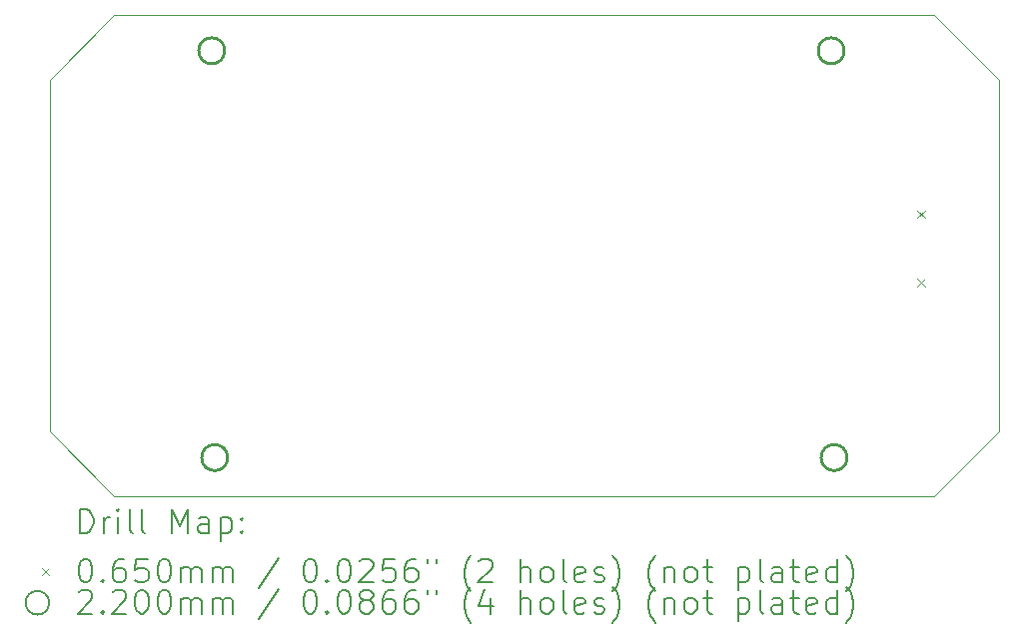
<source format=gbr>
%TF.GenerationSoftware,KiCad,Pcbnew,8.0.1*%
%TF.CreationDate,2024-07-15T00:54:38+06:00*%
%TF.ProjectId,saucey,73617563-6579-42e6-9b69-6361645f7063,1.0*%
%TF.SameCoordinates,Original*%
%TF.FileFunction,Drillmap*%
%TF.FilePolarity,Positive*%
%FSLAX45Y45*%
G04 Gerber Fmt 4.5, Leading zero omitted, Abs format (unit mm)*
G04 Created by KiCad (PCBNEW 8.0.1) date 2024-07-15 00:54:38*
%MOMM*%
%LPD*%
G01*
G04 APERTURE LIST*
%ADD10C,0.050000*%
%ADD11C,0.200000*%
%ADD12C,0.100000*%
%ADD13C,0.220000*%
G04 APERTURE END LIST*
D10*
X10250000Y-8625000D02*
X10250000Y-5650000D01*
X18300000Y-8625000D02*
X17750000Y-9175000D01*
X15200000Y-5100000D02*
X17750000Y-5100000D01*
X18300000Y-5650000D02*
X18300000Y-8625000D01*
X10800000Y-5100000D02*
X10250000Y-5650000D01*
X17750000Y-5100000D02*
X18300000Y-5650000D01*
X13350000Y-5100000D02*
X15200000Y-5100000D01*
X10800000Y-5100000D02*
X13350000Y-5100000D01*
X17750000Y-9175000D02*
X10800000Y-9175000D01*
X10250000Y-8625000D02*
X10800000Y-9175000D01*
D11*
D12*
X17607000Y-6753500D02*
X17672000Y-6818500D01*
X17672000Y-6753500D02*
X17607000Y-6818500D01*
X17607000Y-7331500D02*
X17672000Y-7396500D01*
X17672000Y-7331500D02*
X17607000Y-7396500D01*
D13*
X11735000Y-5400000D02*
G75*
G02*
X11515000Y-5400000I-110000J0D01*
G01*
X11515000Y-5400000D02*
G75*
G02*
X11735000Y-5400000I110000J0D01*
G01*
X11760000Y-8850000D02*
G75*
G02*
X11540000Y-8850000I-110000J0D01*
G01*
X11540000Y-8850000D02*
G75*
G02*
X11760000Y-8850000I110000J0D01*
G01*
X16985000Y-5400000D02*
G75*
G02*
X16765000Y-5400000I-110000J0D01*
G01*
X16765000Y-5400000D02*
G75*
G02*
X16985000Y-5400000I110000J0D01*
G01*
X17010000Y-8850000D02*
G75*
G02*
X16790000Y-8850000I-110000J0D01*
G01*
X16790000Y-8850000D02*
G75*
G02*
X17010000Y-8850000I110000J0D01*
G01*
D11*
X10508277Y-9488984D02*
X10508277Y-9288984D01*
X10508277Y-9288984D02*
X10555896Y-9288984D01*
X10555896Y-9288984D02*
X10584467Y-9298508D01*
X10584467Y-9298508D02*
X10603515Y-9317555D01*
X10603515Y-9317555D02*
X10613039Y-9336603D01*
X10613039Y-9336603D02*
X10622563Y-9374698D01*
X10622563Y-9374698D02*
X10622563Y-9403270D01*
X10622563Y-9403270D02*
X10613039Y-9441365D01*
X10613039Y-9441365D02*
X10603515Y-9460412D01*
X10603515Y-9460412D02*
X10584467Y-9479460D01*
X10584467Y-9479460D02*
X10555896Y-9488984D01*
X10555896Y-9488984D02*
X10508277Y-9488984D01*
X10708277Y-9488984D02*
X10708277Y-9355650D01*
X10708277Y-9393746D02*
X10717801Y-9374698D01*
X10717801Y-9374698D02*
X10727324Y-9365174D01*
X10727324Y-9365174D02*
X10746372Y-9355650D01*
X10746372Y-9355650D02*
X10765420Y-9355650D01*
X10832086Y-9488984D02*
X10832086Y-9355650D01*
X10832086Y-9288984D02*
X10822563Y-9298508D01*
X10822563Y-9298508D02*
X10832086Y-9308031D01*
X10832086Y-9308031D02*
X10841610Y-9298508D01*
X10841610Y-9298508D02*
X10832086Y-9288984D01*
X10832086Y-9288984D02*
X10832086Y-9308031D01*
X10955896Y-9488984D02*
X10936848Y-9479460D01*
X10936848Y-9479460D02*
X10927324Y-9460412D01*
X10927324Y-9460412D02*
X10927324Y-9288984D01*
X11060658Y-9488984D02*
X11041610Y-9479460D01*
X11041610Y-9479460D02*
X11032086Y-9460412D01*
X11032086Y-9460412D02*
X11032086Y-9288984D01*
X11289229Y-9488984D02*
X11289229Y-9288984D01*
X11289229Y-9288984D02*
X11355896Y-9431841D01*
X11355896Y-9431841D02*
X11422562Y-9288984D01*
X11422562Y-9288984D02*
X11422562Y-9488984D01*
X11603515Y-9488984D02*
X11603515Y-9384222D01*
X11603515Y-9384222D02*
X11593991Y-9365174D01*
X11593991Y-9365174D02*
X11574943Y-9355650D01*
X11574943Y-9355650D02*
X11536848Y-9355650D01*
X11536848Y-9355650D02*
X11517801Y-9365174D01*
X11603515Y-9479460D02*
X11584467Y-9488984D01*
X11584467Y-9488984D02*
X11536848Y-9488984D01*
X11536848Y-9488984D02*
X11517801Y-9479460D01*
X11517801Y-9479460D02*
X11508277Y-9460412D01*
X11508277Y-9460412D02*
X11508277Y-9441365D01*
X11508277Y-9441365D02*
X11517801Y-9422317D01*
X11517801Y-9422317D02*
X11536848Y-9412793D01*
X11536848Y-9412793D02*
X11584467Y-9412793D01*
X11584467Y-9412793D02*
X11603515Y-9403270D01*
X11698753Y-9355650D02*
X11698753Y-9555650D01*
X11698753Y-9365174D02*
X11717801Y-9355650D01*
X11717801Y-9355650D02*
X11755896Y-9355650D01*
X11755896Y-9355650D02*
X11774943Y-9365174D01*
X11774943Y-9365174D02*
X11784467Y-9374698D01*
X11784467Y-9374698D02*
X11793991Y-9393746D01*
X11793991Y-9393746D02*
X11793991Y-9450889D01*
X11793991Y-9450889D02*
X11784467Y-9469936D01*
X11784467Y-9469936D02*
X11774943Y-9479460D01*
X11774943Y-9479460D02*
X11755896Y-9488984D01*
X11755896Y-9488984D02*
X11717801Y-9488984D01*
X11717801Y-9488984D02*
X11698753Y-9479460D01*
X11879705Y-9469936D02*
X11889229Y-9479460D01*
X11889229Y-9479460D02*
X11879705Y-9488984D01*
X11879705Y-9488984D02*
X11870182Y-9479460D01*
X11870182Y-9479460D02*
X11879705Y-9469936D01*
X11879705Y-9469936D02*
X11879705Y-9488984D01*
X11879705Y-9365174D02*
X11889229Y-9374698D01*
X11889229Y-9374698D02*
X11879705Y-9384222D01*
X11879705Y-9384222D02*
X11870182Y-9374698D01*
X11870182Y-9374698D02*
X11879705Y-9365174D01*
X11879705Y-9365174D02*
X11879705Y-9384222D01*
D12*
X10182500Y-9785000D02*
X10247500Y-9850000D01*
X10247500Y-9785000D02*
X10182500Y-9850000D01*
D11*
X10546372Y-9708984D02*
X10565420Y-9708984D01*
X10565420Y-9708984D02*
X10584467Y-9718508D01*
X10584467Y-9718508D02*
X10593991Y-9728031D01*
X10593991Y-9728031D02*
X10603515Y-9747079D01*
X10603515Y-9747079D02*
X10613039Y-9785174D01*
X10613039Y-9785174D02*
X10613039Y-9832793D01*
X10613039Y-9832793D02*
X10603515Y-9870889D01*
X10603515Y-9870889D02*
X10593991Y-9889936D01*
X10593991Y-9889936D02*
X10584467Y-9899460D01*
X10584467Y-9899460D02*
X10565420Y-9908984D01*
X10565420Y-9908984D02*
X10546372Y-9908984D01*
X10546372Y-9908984D02*
X10527324Y-9899460D01*
X10527324Y-9899460D02*
X10517801Y-9889936D01*
X10517801Y-9889936D02*
X10508277Y-9870889D01*
X10508277Y-9870889D02*
X10498753Y-9832793D01*
X10498753Y-9832793D02*
X10498753Y-9785174D01*
X10498753Y-9785174D02*
X10508277Y-9747079D01*
X10508277Y-9747079D02*
X10517801Y-9728031D01*
X10517801Y-9728031D02*
X10527324Y-9718508D01*
X10527324Y-9718508D02*
X10546372Y-9708984D01*
X10698753Y-9889936D02*
X10708277Y-9899460D01*
X10708277Y-9899460D02*
X10698753Y-9908984D01*
X10698753Y-9908984D02*
X10689229Y-9899460D01*
X10689229Y-9899460D02*
X10698753Y-9889936D01*
X10698753Y-9889936D02*
X10698753Y-9908984D01*
X10879705Y-9708984D02*
X10841610Y-9708984D01*
X10841610Y-9708984D02*
X10822563Y-9718508D01*
X10822563Y-9718508D02*
X10813039Y-9728031D01*
X10813039Y-9728031D02*
X10793991Y-9756603D01*
X10793991Y-9756603D02*
X10784467Y-9794698D01*
X10784467Y-9794698D02*
X10784467Y-9870889D01*
X10784467Y-9870889D02*
X10793991Y-9889936D01*
X10793991Y-9889936D02*
X10803515Y-9899460D01*
X10803515Y-9899460D02*
X10822563Y-9908984D01*
X10822563Y-9908984D02*
X10860658Y-9908984D01*
X10860658Y-9908984D02*
X10879705Y-9899460D01*
X10879705Y-9899460D02*
X10889229Y-9889936D01*
X10889229Y-9889936D02*
X10898753Y-9870889D01*
X10898753Y-9870889D02*
X10898753Y-9823270D01*
X10898753Y-9823270D02*
X10889229Y-9804222D01*
X10889229Y-9804222D02*
X10879705Y-9794698D01*
X10879705Y-9794698D02*
X10860658Y-9785174D01*
X10860658Y-9785174D02*
X10822563Y-9785174D01*
X10822563Y-9785174D02*
X10803515Y-9794698D01*
X10803515Y-9794698D02*
X10793991Y-9804222D01*
X10793991Y-9804222D02*
X10784467Y-9823270D01*
X11079705Y-9708984D02*
X10984467Y-9708984D01*
X10984467Y-9708984D02*
X10974944Y-9804222D01*
X10974944Y-9804222D02*
X10984467Y-9794698D01*
X10984467Y-9794698D02*
X11003515Y-9785174D01*
X11003515Y-9785174D02*
X11051134Y-9785174D01*
X11051134Y-9785174D02*
X11070182Y-9794698D01*
X11070182Y-9794698D02*
X11079705Y-9804222D01*
X11079705Y-9804222D02*
X11089229Y-9823270D01*
X11089229Y-9823270D02*
X11089229Y-9870889D01*
X11089229Y-9870889D02*
X11079705Y-9889936D01*
X11079705Y-9889936D02*
X11070182Y-9899460D01*
X11070182Y-9899460D02*
X11051134Y-9908984D01*
X11051134Y-9908984D02*
X11003515Y-9908984D01*
X11003515Y-9908984D02*
X10984467Y-9899460D01*
X10984467Y-9899460D02*
X10974944Y-9889936D01*
X11213039Y-9708984D02*
X11232086Y-9708984D01*
X11232086Y-9708984D02*
X11251134Y-9718508D01*
X11251134Y-9718508D02*
X11260658Y-9728031D01*
X11260658Y-9728031D02*
X11270182Y-9747079D01*
X11270182Y-9747079D02*
X11279705Y-9785174D01*
X11279705Y-9785174D02*
X11279705Y-9832793D01*
X11279705Y-9832793D02*
X11270182Y-9870889D01*
X11270182Y-9870889D02*
X11260658Y-9889936D01*
X11260658Y-9889936D02*
X11251134Y-9899460D01*
X11251134Y-9899460D02*
X11232086Y-9908984D01*
X11232086Y-9908984D02*
X11213039Y-9908984D01*
X11213039Y-9908984D02*
X11193991Y-9899460D01*
X11193991Y-9899460D02*
X11184467Y-9889936D01*
X11184467Y-9889936D02*
X11174944Y-9870889D01*
X11174944Y-9870889D02*
X11165420Y-9832793D01*
X11165420Y-9832793D02*
X11165420Y-9785174D01*
X11165420Y-9785174D02*
X11174944Y-9747079D01*
X11174944Y-9747079D02*
X11184467Y-9728031D01*
X11184467Y-9728031D02*
X11193991Y-9718508D01*
X11193991Y-9718508D02*
X11213039Y-9708984D01*
X11365420Y-9908984D02*
X11365420Y-9775650D01*
X11365420Y-9794698D02*
X11374943Y-9785174D01*
X11374943Y-9785174D02*
X11393991Y-9775650D01*
X11393991Y-9775650D02*
X11422563Y-9775650D01*
X11422563Y-9775650D02*
X11441610Y-9785174D01*
X11441610Y-9785174D02*
X11451134Y-9804222D01*
X11451134Y-9804222D02*
X11451134Y-9908984D01*
X11451134Y-9804222D02*
X11460658Y-9785174D01*
X11460658Y-9785174D02*
X11479705Y-9775650D01*
X11479705Y-9775650D02*
X11508277Y-9775650D01*
X11508277Y-9775650D02*
X11527324Y-9785174D01*
X11527324Y-9785174D02*
X11536848Y-9804222D01*
X11536848Y-9804222D02*
X11536848Y-9908984D01*
X11632086Y-9908984D02*
X11632086Y-9775650D01*
X11632086Y-9794698D02*
X11641610Y-9785174D01*
X11641610Y-9785174D02*
X11660658Y-9775650D01*
X11660658Y-9775650D02*
X11689229Y-9775650D01*
X11689229Y-9775650D02*
X11708277Y-9785174D01*
X11708277Y-9785174D02*
X11717801Y-9804222D01*
X11717801Y-9804222D02*
X11717801Y-9908984D01*
X11717801Y-9804222D02*
X11727324Y-9785174D01*
X11727324Y-9785174D02*
X11746372Y-9775650D01*
X11746372Y-9775650D02*
X11774943Y-9775650D01*
X11774943Y-9775650D02*
X11793991Y-9785174D01*
X11793991Y-9785174D02*
X11803515Y-9804222D01*
X11803515Y-9804222D02*
X11803515Y-9908984D01*
X12193991Y-9699460D02*
X12022563Y-9956603D01*
X12451134Y-9708984D02*
X12470182Y-9708984D01*
X12470182Y-9708984D02*
X12489229Y-9718508D01*
X12489229Y-9718508D02*
X12498753Y-9728031D01*
X12498753Y-9728031D02*
X12508277Y-9747079D01*
X12508277Y-9747079D02*
X12517801Y-9785174D01*
X12517801Y-9785174D02*
X12517801Y-9832793D01*
X12517801Y-9832793D02*
X12508277Y-9870889D01*
X12508277Y-9870889D02*
X12498753Y-9889936D01*
X12498753Y-9889936D02*
X12489229Y-9899460D01*
X12489229Y-9899460D02*
X12470182Y-9908984D01*
X12470182Y-9908984D02*
X12451134Y-9908984D01*
X12451134Y-9908984D02*
X12432086Y-9899460D01*
X12432086Y-9899460D02*
X12422563Y-9889936D01*
X12422563Y-9889936D02*
X12413039Y-9870889D01*
X12413039Y-9870889D02*
X12403515Y-9832793D01*
X12403515Y-9832793D02*
X12403515Y-9785174D01*
X12403515Y-9785174D02*
X12413039Y-9747079D01*
X12413039Y-9747079D02*
X12422563Y-9728031D01*
X12422563Y-9728031D02*
X12432086Y-9718508D01*
X12432086Y-9718508D02*
X12451134Y-9708984D01*
X12603515Y-9889936D02*
X12613039Y-9899460D01*
X12613039Y-9899460D02*
X12603515Y-9908984D01*
X12603515Y-9908984D02*
X12593991Y-9899460D01*
X12593991Y-9899460D02*
X12603515Y-9889936D01*
X12603515Y-9889936D02*
X12603515Y-9908984D01*
X12736848Y-9708984D02*
X12755896Y-9708984D01*
X12755896Y-9708984D02*
X12774944Y-9718508D01*
X12774944Y-9718508D02*
X12784467Y-9728031D01*
X12784467Y-9728031D02*
X12793991Y-9747079D01*
X12793991Y-9747079D02*
X12803515Y-9785174D01*
X12803515Y-9785174D02*
X12803515Y-9832793D01*
X12803515Y-9832793D02*
X12793991Y-9870889D01*
X12793991Y-9870889D02*
X12784467Y-9889936D01*
X12784467Y-9889936D02*
X12774944Y-9899460D01*
X12774944Y-9899460D02*
X12755896Y-9908984D01*
X12755896Y-9908984D02*
X12736848Y-9908984D01*
X12736848Y-9908984D02*
X12717801Y-9899460D01*
X12717801Y-9899460D02*
X12708277Y-9889936D01*
X12708277Y-9889936D02*
X12698753Y-9870889D01*
X12698753Y-9870889D02*
X12689229Y-9832793D01*
X12689229Y-9832793D02*
X12689229Y-9785174D01*
X12689229Y-9785174D02*
X12698753Y-9747079D01*
X12698753Y-9747079D02*
X12708277Y-9728031D01*
X12708277Y-9728031D02*
X12717801Y-9718508D01*
X12717801Y-9718508D02*
X12736848Y-9708984D01*
X12879706Y-9728031D02*
X12889229Y-9718508D01*
X12889229Y-9718508D02*
X12908277Y-9708984D01*
X12908277Y-9708984D02*
X12955896Y-9708984D01*
X12955896Y-9708984D02*
X12974944Y-9718508D01*
X12974944Y-9718508D02*
X12984467Y-9728031D01*
X12984467Y-9728031D02*
X12993991Y-9747079D01*
X12993991Y-9747079D02*
X12993991Y-9766127D01*
X12993991Y-9766127D02*
X12984467Y-9794698D01*
X12984467Y-9794698D02*
X12870182Y-9908984D01*
X12870182Y-9908984D02*
X12993991Y-9908984D01*
X13174944Y-9708984D02*
X13079706Y-9708984D01*
X13079706Y-9708984D02*
X13070182Y-9804222D01*
X13070182Y-9804222D02*
X13079706Y-9794698D01*
X13079706Y-9794698D02*
X13098753Y-9785174D01*
X13098753Y-9785174D02*
X13146372Y-9785174D01*
X13146372Y-9785174D02*
X13165420Y-9794698D01*
X13165420Y-9794698D02*
X13174944Y-9804222D01*
X13174944Y-9804222D02*
X13184467Y-9823270D01*
X13184467Y-9823270D02*
X13184467Y-9870889D01*
X13184467Y-9870889D02*
X13174944Y-9889936D01*
X13174944Y-9889936D02*
X13165420Y-9899460D01*
X13165420Y-9899460D02*
X13146372Y-9908984D01*
X13146372Y-9908984D02*
X13098753Y-9908984D01*
X13098753Y-9908984D02*
X13079706Y-9899460D01*
X13079706Y-9899460D02*
X13070182Y-9889936D01*
X13355896Y-9708984D02*
X13317801Y-9708984D01*
X13317801Y-9708984D02*
X13298753Y-9718508D01*
X13298753Y-9718508D02*
X13289229Y-9728031D01*
X13289229Y-9728031D02*
X13270182Y-9756603D01*
X13270182Y-9756603D02*
X13260658Y-9794698D01*
X13260658Y-9794698D02*
X13260658Y-9870889D01*
X13260658Y-9870889D02*
X13270182Y-9889936D01*
X13270182Y-9889936D02*
X13279706Y-9899460D01*
X13279706Y-9899460D02*
X13298753Y-9908984D01*
X13298753Y-9908984D02*
X13336848Y-9908984D01*
X13336848Y-9908984D02*
X13355896Y-9899460D01*
X13355896Y-9899460D02*
X13365420Y-9889936D01*
X13365420Y-9889936D02*
X13374944Y-9870889D01*
X13374944Y-9870889D02*
X13374944Y-9823270D01*
X13374944Y-9823270D02*
X13365420Y-9804222D01*
X13365420Y-9804222D02*
X13355896Y-9794698D01*
X13355896Y-9794698D02*
X13336848Y-9785174D01*
X13336848Y-9785174D02*
X13298753Y-9785174D01*
X13298753Y-9785174D02*
X13279706Y-9794698D01*
X13279706Y-9794698D02*
X13270182Y-9804222D01*
X13270182Y-9804222D02*
X13260658Y-9823270D01*
X13451134Y-9708984D02*
X13451134Y-9747079D01*
X13527325Y-9708984D02*
X13527325Y-9747079D01*
X13822563Y-9985174D02*
X13813039Y-9975650D01*
X13813039Y-9975650D02*
X13793991Y-9947079D01*
X13793991Y-9947079D02*
X13784468Y-9928031D01*
X13784468Y-9928031D02*
X13774944Y-9899460D01*
X13774944Y-9899460D02*
X13765420Y-9851841D01*
X13765420Y-9851841D02*
X13765420Y-9813746D01*
X13765420Y-9813746D02*
X13774944Y-9766127D01*
X13774944Y-9766127D02*
X13784468Y-9737555D01*
X13784468Y-9737555D02*
X13793991Y-9718508D01*
X13793991Y-9718508D02*
X13813039Y-9689936D01*
X13813039Y-9689936D02*
X13822563Y-9680412D01*
X13889229Y-9728031D02*
X13898753Y-9718508D01*
X13898753Y-9718508D02*
X13917801Y-9708984D01*
X13917801Y-9708984D02*
X13965420Y-9708984D01*
X13965420Y-9708984D02*
X13984468Y-9718508D01*
X13984468Y-9718508D02*
X13993991Y-9728031D01*
X13993991Y-9728031D02*
X14003515Y-9747079D01*
X14003515Y-9747079D02*
X14003515Y-9766127D01*
X14003515Y-9766127D02*
X13993991Y-9794698D01*
X13993991Y-9794698D02*
X13879706Y-9908984D01*
X13879706Y-9908984D02*
X14003515Y-9908984D01*
X14241610Y-9908984D02*
X14241610Y-9708984D01*
X14327325Y-9908984D02*
X14327325Y-9804222D01*
X14327325Y-9804222D02*
X14317801Y-9785174D01*
X14317801Y-9785174D02*
X14298753Y-9775650D01*
X14298753Y-9775650D02*
X14270182Y-9775650D01*
X14270182Y-9775650D02*
X14251134Y-9785174D01*
X14251134Y-9785174D02*
X14241610Y-9794698D01*
X14451134Y-9908984D02*
X14432087Y-9899460D01*
X14432087Y-9899460D02*
X14422563Y-9889936D01*
X14422563Y-9889936D02*
X14413039Y-9870889D01*
X14413039Y-9870889D02*
X14413039Y-9813746D01*
X14413039Y-9813746D02*
X14422563Y-9794698D01*
X14422563Y-9794698D02*
X14432087Y-9785174D01*
X14432087Y-9785174D02*
X14451134Y-9775650D01*
X14451134Y-9775650D02*
X14479706Y-9775650D01*
X14479706Y-9775650D02*
X14498753Y-9785174D01*
X14498753Y-9785174D02*
X14508277Y-9794698D01*
X14508277Y-9794698D02*
X14517801Y-9813746D01*
X14517801Y-9813746D02*
X14517801Y-9870889D01*
X14517801Y-9870889D02*
X14508277Y-9889936D01*
X14508277Y-9889936D02*
X14498753Y-9899460D01*
X14498753Y-9899460D02*
X14479706Y-9908984D01*
X14479706Y-9908984D02*
X14451134Y-9908984D01*
X14632087Y-9908984D02*
X14613039Y-9899460D01*
X14613039Y-9899460D02*
X14603515Y-9880412D01*
X14603515Y-9880412D02*
X14603515Y-9708984D01*
X14784468Y-9899460D02*
X14765420Y-9908984D01*
X14765420Y-9908984D02*
X14727325Y-9908984D01*
X14727325Y-9908984D02*
X14708277Y-9899460D01*
X14708277Y-9899460D02*
X14698753Y-9880412D01*
X14698753Y-9880412D02*
X14698753Y-9804222D01*
X14698753Y-9804222D02*
X14708277Y-9785174D01*
X14708277Y-9785174D02*
X14727325Y-9775650D01*
X14727325Y-9775650D02*
X14765420Y-9775650D01*
X14765420Y-9775650D02*
X14784468Y-9785174D01*
X14784468Y-9785174D02*
X14793991Y-9804222D01*
X14793991Y-9804222D02*
X14793991Y-9823270D01*
X14793991Y-9823270D02*
X14698753Y-9842317D01*
X14870182Y-9899460D02*
X14889230Y-9908984D01*
X14889230Y-9908984D02*
X14927325Y-9908984D01*
X14927325Y-9908984D02*
X14946372Y-9899460D01*
X14946372Y-9899460D02*
X14955896Y-9880412D01*
X14955896Y-9880412D02*
X14955896Y-9870889D01*
X14955896Y-9870889D02*
X14946372Y-9851841D01*
X14946372Y-9851841D02*
X14927325Y-9842317D01*
X14927325Y-9842317D02*
X14898753Y-9842317D01*
X14898753Y-9842317D02*
X14879706Y-9832793D01*
X14879706Y-9832793D02*
X14870182Y-9813746D01*
X14870182Y-9813746D02*
X14870182Y-9804222D01*
X14870182Y-9804222D02*
X14879706Y-9785174D01*
X14879706Y-9785174D02*
X14898753Y-9775650D01*
X14898753Y-9775650D02*
X14927325Y-9775650D01*
X14927325Y-9775650D02*
X14946372Y-9785174D01*
X15022563Y-9985174D02*
X15032087Y-9975650D01*
X15032087Y-9975650D02*
X15051134Y-9947079D01*
X15051134Y-9947079D02*
X15060658Y-9928031D01*
X15060658Y-9928031D02*
X15070182Y-9899460D01*
X15070182Y-9899460D02*
X15079706Y-9851841D01*
X15079706Y-9851841D02*
X15079706Y-9813746D01*
X15079706Y-9813746D02*
X15070182Y-9766127D01*
X15070182Y-9766127D02*
X15060658Y-9737555D01*
X15060658Y-9737555D02*
X15051134Y-9718508D01*
X15051134Y-9718508D02*
X15032087Y-9689936D01*
X15032087Y-9689936D02*
X15022563Y-9680412D01*
X15384468Y-9985174D02*
X15374944Y-9975650D01*
X15374944Y-9975650D02*
X15355896Y-9947079D01*
X15355896Y-9947079D02*
X15346372Y-9928031D01*
X15346372Y-9928031D02*
X15336849Y-9899460D01*
X15336849Y-9899460D02*
X15327325Y-9851841D01*
X15327325Y-9851841D02*
X15327325Y-9813746D01*
X15327325Y-9813746D02*
X15336849Y-9766127D01*
X15336849Y-9766127D02*
X15346372Y-9737555D01*
X15346372Y-9737555D02*
X15355896Y-9718508D01*
X15355896Y-9718508D02*
X15374944Y-9689936D01*
X15374944Y-9689936D02*
X15384468Y-9680412D01*
X15460658Y-9775650D02*
X15460658Y-9908984D01*
X15460658Y-9794698D02*
X15470182Y-9785174D01*
X15470182Y-9785174D02*
X15489230Y-9775650D01*
X15489230Y-9775650D02*
X15517801Y-9775650D01*
X15517801Y-9775650D02*
X15536849Y-9785174D01*
X15536849Y-9785174D02*
X15546372Y-9804222D01*
X15546372Y-9804222D02*
X15546372Y-9908984D01*
X15670182Y-9908984D02*
X15651134Y-9899460D01*
X15651134Y-9899460D02*
X15641611Y-9889936D01*
X15641611Y-9889936D02*
X15632087Y-9870889D01*
X15632087Y-9870889D02*
X15632087Y-9813746D01*
X15632087Y-9813746D02*
X15641611Y-9794698D01*
X15641611Y-9794698D02*
X15651134Y-9785174D01*
X15651134Y-9785174D02*
X15670182Y-9775650D01*
X15670182Y-9775650D02*
X15698753Y-9775650D01*
X15698753Y-9775650D02*
X15717801Y-9785174D01*
X15717801Y-9785174D02*
X15727325Y-9794698D01*
X15727325Y-9794698D02*
X15736849Y-9813746D01*
X15736849Y-9813746D02*
X15736849Y-9870889D01*
X15736849Y-9870889D02*
X15727325Y-9889936D01*
X15727325Y-9889936D02*
X15717801Y-9899460D01*
X15717801Y-9899460D02*
X15698753Y-9908984D01*
X15698753Y-9908984D02*
X15670182Y-9908984D01*
X15793992Y-9775650D02*
X15870182Y-9775650D01*
X15822563Y-9708984D02*
X15822563Y-9880412D01*
X15822563Y-9880412D02*
X15832087Y-9899460D01*
X15832087Y-9899460D02*
X15851134Y-9908984D01*
X15851134Y-9908984D02*
X15870182Y-9908984D01*
X16089230Y-9775650D02*
X16089230Y-9975650D01*
X16089230Y-9785174D02*
X16108277Y-9775650D01*
X16108277Y-9775650D02*
X16146373Y-9775650D01*
X16146373Y-9775650D02*
X16165420Y-9785174D01*
X16165420Y-9785174D02*
X16174944Y-9794698D01*
X16174944Y-9794698D02*
X16184468Y-9813746D01*
X16184468Y-9813746D02*
X16184468Y-9870889D01*
X16184468Y-9870889D02*
X16174944Y-9889936D01*
X16174944Y-9889936D02*
X16165420Y-9899460D01*
X16165420Y-9899460D02*
X16146373Y-9908984D01*
X16146373Y-9908984D02*
X16108277Y-9908984D01*
X16108277Y-9908984D02*
X16089230Y-9899460D01*
X16298753Y-9908984D02*
X16279706Y-9899460D01*
X16279706Y-9899460D02*
X16270182Y-9880412D01*
X16270182Y-9880412D02*
X16270182Y-9708984D01*
X16460658Y-9908984D02*
X16460658Y-9804222D01*
X16460658Y-9804222D02*
X16451134Y-9785174D01*
X16451134Y-9785174D02*
X16432087Y-9775650D01*
X16432087Y-9775650D02*
X16393992Y-9775650D01*
X16393992Y-9775650D02*
X16374944Y-9785174D01*
X16460658Y-9899460D02*
X16441611Y-9908984D01*
X16441611Y-9908984D02*
X16393992Y-9908984D01*
X16393992Y-9908984D02*
X16374944Y-9899460D01*
X16374944Y-9899460D02*
X16365420Y-9880412D01*
X16365420Y-9880412D02*
X16365420Y-9861365D01*
X16365420Y-9861365D02*
X16374944Y-9842317D01*
X16374944Y-9842317D02*
X16393992Y-9832793D01*
X16393992Y-9832793D02*
X16441611Y-9832793D01*
X16441611Y-9832793D02*
X16460658Y-9823270D01*
X16527325Y-9775650D02*
X16603515Y-9775650D01*
X16555896Y-9708984D02*
X16555896Y-9880412D01*
X16555896Y-9880412D02*
X16565420Y-9899460D01*
X16565420Y-9899460D02*
X16584468Y-9908984D01*
X16584468Y-9908984D02*
X16603515Y-9908984D01*
X16746373Y-9899460D02*
X16727325Y-9908984D01*
X16727325Y-9908984D02*
X16689230Y-9908984D01*
X16689230Y-9908984D02*
X16670182Y-9899460D01*
X16670182Y-9899460D02*
X16660658Y-9880412D01*
X16660658Y-9880412D02*
X16660658Y-9804222D01*
X16660658Y-9804222D02*
X16670182Y-9785174D01*
X16670182Y-9785174D02*
X16689230Y-9775650D01*
X16689230Y-9775650D02*
X16727325Y-9775650D01*
X16727325Y-9775650D02*
X16746373Y-9785174D01*
X16746373Y-9785174D02*
X16755896Y-9804222D01*
X16755896Y-9804222D02*
X16755896Y-9823270D01*
X16755896Y-9823270D02*
X16660658Y-9842317D01*
X16927325Y-9908984D02*
X16927325Y-9708984D01*
X16927325Y-9899460D02*
X16908277Y-9908984D01*
X16908277Y-9908984D02*
X16870182Y-9908984D01*
X16870182Y-9908984D02*
X16851135Y-9899460D01*
X16851135Y-9899460D02*
X16841611Y-9889936D01*
X16841611Y-9889936D02*
X16832087Y-9870889D01*
X16832087Y-9870889D02*
X16832087Y-9813746D01*
X16832087Y-9813746D02*
X16841611Y-9794698D01*
X16841611Y-9794698D02*
X16851135Y-9785174D01*
X16851135Y-9785174D02*
X16870182Y-9775650D01*
X16870182Y-9775650D02*
X16908277Y-9775650D01*
X16908277Y-9775650D02*
X16927325Y-9785174D01*
X17003516Y-9985174D02*
X17013039Y-9975650D01*
X17013039Y-9975650D02*
X17032087Y-9947079D01*
X17032087Y-9947079D02*
X17041611Y-9928031D01*
X17041611Y-9928031D02*
X17051135Y-9899460D01*
X17051135Y-9899460D02*
X17060658Y-9851841D01*
X17060658Y-9851841D02*
X17060658Y-9813746D01*
X17060658Y-9813746D02*
X17051135Y-9766127D01*
X17051135Y-9766127D02*
X17041611Y-9737555D01*
X17041611Y-9737555D02*
X17032087Y-9718508D01*
X17032087Y-9718508D02*
X17013039Y-9689936D01*
X17013039Y-9689936D02*
X17003516Y-9680412D01*
X10247500Y-10081500D02*
G75*
G02*
X10047500Y-10081500I-100000J0D01*
G01*
X10047500Y-10081500D02*
G75*
G02*
X10247500Y-10081500I100000J0D01*
G01*
X10498753Y-9992031D02*
X10508277Y-9982508D01*
X10508277Y-9982508D02*
X10527324Y-9972984D01*
X10527324Y-9972984D02*
X10574944Y-9972984D01*
X10574944Y-9972984D02*
X10593991Y-9982508D01*
X10593991Y-9982508D02*
X10603515Y-9992031D01*
X10603515Y-9992031D02*
X10613039Y-10011079D01*
X10613039Y-10011079D02*
X10613039Y-10030127D01*
X10613039Y-10030127D02*
X10603515Y-10058698D01*
X10603515Y-10058698D02*
X10489229Y-10172984D01*
X10489229Y-10172984D02*
X10613039Y-10172984D01*
X10698753Y-10153936D02*
X10708277Y-10163460D01*
X10708277Y-10163460D02*
X10698753Y-10172984D01*
X10698753Y-10172984D02*
X10689229Y-10163460D01*
X10689229Y-10163460D02*
X10698753Y-10153936D01*
X10698753Y-10153936D02*
X10698753Y-10172984D01*
X10784467Y-9992031D02*
X10793991Y-9982508D01*
X10793991Y-9982508D02*
X10813039Y-9972984D01*
X10813039Y-9972984D02*
X10860658Y-9972984D01*
X10860658Y-9972984D02*
X10879705Y-9982508D01*
X10879705Y-9982508D02*
X10889229Y-9992031D01*
X10889229Y-9992031D02*
X10898753Y-10011079D01*
X10898753Y-10011079D02*
X10898753Y-10030127D01*
X10898753Y-10030127D02*
X10889229Y-10058698D01*
X10889229Y-10058698D02*
X10774944Y-10172984D01*
X10774944Y-10172984D02*
X10898753Y-10172984D01*
X11022563Y-9972984D02*
X11041610Y-9972984D01*
X11041610Y-9972984D02*
X11060658Y-9982508D01*
X11060658Y-9982508D02*
X11070182Y-9992031D01*
X11070182Y-9992031D02*
X11079705Y-10011079D01*
X11079705Y-10011079D02*
X11089229Y-10049174D01*
X11089229Y-10049174D02*
X11089229Y-10096793D01*
X11089229Y-10096793D02*
X11079705Y-10134889D01*
X11079705Y-10134889D02*
X11070182Y-10153936D01*
X11070182Y-10153936D02*
X11060658Y-10163460D01*
X11060658Y-10163460D02*
X11041610Y-10172984D01*
X11041610Y-10172984D02*
X11022563Y-10172984D01*
X11022563Y-10172984D02*
X11003515Y-10163460D01*
X11003515Y-10163460D02*
X10993991Y-10153936D01*
X10993991Y-10153936D02*
X10984467Y-10134889D01*
X10984467Y-10134889D02*
X10974944Y-10096793D01*
X10974944Y-10096793D02*
X10974944Y-10049174D01*
X10974944Y-10049174D02*
X10984467Y-10011079D01*
X10984467Y-10011079D02*
X10993991Y-9992031D01*
X10993991Y-9992031D02*
X11003515Y-9982508D01*
X11003515Y-9982508D02*
X11022563Y-9972984D01*
X11213039Y-9972984D02*
X11232086Y-9972984D01*
X11232086Y-9972984D02*
X11251134Y-9982508D01*
X11251134Y-9982508D02*
X11260658Y-9992031D01*
X11260658Y-9992031D02*
X11270182Y-10011079D01*
X11270182Y-10011079D02*
X11279705Y-10049174D01*
X11279705Y-10049174D02*
X11279705Y-10096793D01*
X11279705Y-10096793D02*
X11270182Y-10134889D01*
X11270182Y-10134889D02*
X11260658Y-10153936D01*
X11260658Y-10153936D02*
X11251134Y-10163460D01*
X11251134Y-10163460D02*
X11232086Y-10172984D01*
X11232086Y-10172984D02*
X11213039Y-10172984D01*
X11213039Y-10172984D02*
X11193991Y-10163460D01*
X11193991Y-10163460D02*
X11184467Y-10153936D01*
X11184467Y-10153936D02*
X11174944Y-10134889D01*
X11174944Y-10134889D02*
X11165420Y-10096793D01*
X11165420Y-10096793D02*
X11165420Y-10049174D01*
X11165420Y-10049174D02*
X11174944Y-10011079D01*
X11174944Y-10011079D02*
X11184467Y-9992031D01*
X11184467Y-9992031D02*
X11193991Y-9982508D01*
X11193991Y-9982508D02*
X11213039Y-9972984D01*
X11365420Y-10172984D02*
X11365420Y-10039650D01*
X11365420Y-10058698D02*
X11374943Y-10049174D01*
X11374943Y-10049174D02*
X11393991Y-10039650D01*
X11393991Y-10039650D02*
X11422563Y-10039650D01*
X11422563Y-10039650D02*
X11441610Y-10049174D01*
X11441610Y-10049174D02*
X11451134Y-10068222D01*
X11451134Y-10068222D02*
X11451134Y-10172984D01*
X11451134Y-10068222D02*
X11460658Y-10049174D01*
X11460658Y-10049174D02*
X11479705Y-10039650D01*
X11479705Y-10039650D02*
X11508277Y-10039650D01*
X11508277Y-10039650D02*
X11527324Y-10049174D01*
X11527324Y-10049174D02*
X11536848Y-10068222D01*
X11536848Y-10068222D02*
X11536848Y-10172984D01*
X11632086Y-10172984D02*
X11632086Y-10039650D01*
X11632086Y-10058698D02*
X11641610Y-10049174D01*
X11641610Y-10049174D02*
X11660658Y-10039650D01*
X11660658Y-10039650D02*
X11689229Y-10039650D01*
X11689229Y-10039650D02*
X11708277Y-10049174D01*
X11708277Y-10049174D02*
X11717801Y-10068222D01*
X11717801Y-10068222D02*
X11717801Y-10172984D01*
X11717801Y-10068222D02*
X11727324Y-10049174D01*
X11727324Y-10049174D02*
X11746372Y-10039650D01*
X11746372Y-10039650D02*
X11774943Y-10039650D01*
X11774943Y-10039650D02*
X11793991Y-10049174D01*
X11793991Y-10049174D02*
X11803515Y-10068222D01*
X11803515Y-10068222D02*
X11803515Y-10172984D01*
X12193991Y-9963460D02*
X12022563Y-10220603D01*
X12451134Y-9972984D02*
X12470182Y-9972984D01*
X12470182Y-9972984D02*
X12489229Y-9982508D01*
X12489229Y-9982508D02*
X12498753Y-9992031D01*
X12498753Y-9992031D02*
X12508277Y-10011079D01*
X12508277Y-10011079D02*
X12517801Y-10049174D01*
X12517801Y-10049174D02*
X12517801Y-10096793D01*
X12517801Y-10096793D02*
X12508277Y-10134889D01*
X12508277Y-10134889D02*
X12498753Y-10153936D01*
X12498753Y-10153936D02*
X12489229Y-10163460D01*
X12489229Y-10163460D02*
X12470182Y-10172984D01*
X12470182Y-10172984D02*
X12451134Y-10172984D01*
X12451134Y-10172984D02*
X12432086Y-10163460D01*
X12432086Y-10163460D02*
X12422563Y-10153936D01*
X12422563Y-10153936D02*
X12413039Y-10134889D01*
X12413039Y-10134889D02*
X12403515Y-10096793D01*
X12403515Y-10096793D02*
X12403515Y-10049174D01*
X12403515Y-10049174D02*
X12413039Y-10011079D01*
X12413039Y-10011079D02*
X12422563Y-9992031D01*
X12422563Y-9992031D02*
X12432086Y-9982508D01*
X12432086Y-9982508D02*
X12451134Y-9972984D01*
X12603515Y-10153936D02*
X12613039Y-10163460D01*
X12613039Y-10163460D02*
X12603515Y-10172984D01*
X12603515Y-10172984D02*
X12593991Y-10163460D01*
X12593991Y-10163460D02*
X12603515Y-10153936D01*
X12603515Y-10153936D02*
X12603515Y-10172984D01*
X12736848Y-9972984D02*
X12755896Y-9972984D01*
X12755896Y-9972984D02*
X12774944Y-9982508D01*
X12774944Y-9982508D02*
X12784467Y-9992031D01*
X12784467Y-9992031D02*
X12793991Y-10011079D01*
X12793991Y-10011079D02*
X12803515Y-10049174D01*
X12803515Y-10049174D02*
X12803515Y-10096793D01*
X12803515Y-10096793D02*
X12793991Y-10134889D01*
X12793991Y-10134889D02*
X12784467Y-10153936D01*
X12784467Y-10153936D02*
X12774944Y-10163460D01*
X12774944Y-10163460D02*
X12755896Y-10172984D01*
X12755896Y-10172984D02*
X12736848Y-10172984D01*
X12736848Y-10172984D02*
X12717801Y-10163460D01*
X12717801Y-10163460D02*
X12708277Y-10153936D01*
X12708277Y-10153936D02*
X12698753Y-10134889D01*
X12698753Y-10134889D02*
X12689229Y-10096793D01*
X12689229Y-10096793D02*
X12689229Y-10049174D01*
X12689229Y-10049174D02*
X12698753Y-10011079D01*
X12698753Y-10011079D02*
X12708277Y-9992031D01*
X12708277Y-9992031D02*
X12717801Y-9982508D01*
X12717801Y-9982508D02*
X12736848Y-9972984D01*
X12917801Y-10058698D02*
X12898753Y-10049174D01*
X12898753Y-10049174D02*
X12889229Y-10039650D01*
X12889229Y-10039650D02*
X12879706Y-10020603D01*
X12879706Y-10020603D02*
X12879706Y-10011079D01*
X12879706Y-10011079D02*
X12889229Y-9992031D01*
X12889229Y-9992031D02*
X12898753Y-9982508D01*
X12898753Y-9982508D02*
X12917801Y-9972984D01*
X12917801Y-9972984D02*
X12955896Y-9972984D01*
X12955896Y-9972984D02*
X12974944Y-9982508D01*
X12974944Y-9982508D02*
X12984467Y-9992031D01*
X12984467Y-9992031D02*
X12993991Y-10011079D01*
X12993991Y-10011079D02*
X12993991Y-10020603D01*
X12993991Y-10020603D02*
X12984467Y-10039650D01*
X12984467Y-10039650D02*
X12974944Y-10049174D01*
X12974944Y-10049174D02*
X12955896Y-10058698D01*
X12955896Y-10058698D02*
X12917801Y-10058698D01*
X12917801Y-10058698D02*
X12898753Y-10068222D01*
X12898753Y-10068222D02*
X12889229Y-10077746D01*
X12889229Y-10077746D02*
X12879706Y-10096793D01*
X12879706Y-10096793D02*
X12879706Y-10134889D01*
X12879706Y-10134889D02*
X12889229Y-10153936D01*
X12889229Y-10153936D02*
X12898753Y-10163460D01*
X12898753Y-10163460D02*
X12917801Y-10172984D01*
X12917801Y-10172984D02*
X12955896Y-10172984D01*
X12955896Y-10172984D02*
X12974944Y-10163460D01*
X12974944Y-10163460D02*
X12984467Y-10153936D01*
X12984467Y-10153936D02*
X12993991Y-10134889D01*
X12993991Y-10134889D02*
X12993991Y-10096793D01*
X12993991Y-10096793D02*
X12984467Y-10077746D01*
X12984467Y-10077746D02*
X12974944Y-10068222D01*
X12974944Y-10068222D02*
X12955896Y-10058698D01*
X13165420Y-9972984D02*
X13127325Y-9972984D01*
X13127325Y-9972984D02*
X13108277Y-9982508D01*
X13108277Y-9982508D02*
X13098753Y-9992031D01*
X13098753Y-9992031D02*
X13079706Y-10020603D01*
X13079706Y-10020603D02*
X13070182Y-10058698D01*
X13070182Y-10058698D02*
X13070182Y-10134889D01*
X13070182Y-10134889D02*
X13079706Y-10153936D01*
X13079706Y-10153936D02*
X13089229Y-10163460D01*
X13089229Y-10163460D02*
X13108277Y-10172984D01*
X13108277Y-10172984D02*
X13146372Y-10172984D01*
X13146372Y-10172984D02*
X13165420Y-10163460D01*
X13165420Y-10163460D02*
X13174944Y-10153936D01*
X13174944Y-10153936D02*
X13184467Y-10134889D01*
X13184467Y-10134889D02*
X13184467Y-10087270D01*
X13184467Y-10087270D02*
X13174944Y-10068222D01*
X13174944Y-10068222D02*
X13165420Y-10058698D01*
X13165420Y-10058698D02*
X13146372Y-10049174D01*
X13146372Y-10049174D02*
X13108277Y-10049174D01*
X13108277Y-10049174D02*
X13089229Y-10058698D01*
X13089229Y-10058698D02*
X13079706Y-10068222D01*
X13079706Y-10068222D02*
X13070182Y-10087270D01*
X13355896Y-9972984D02*
X13317801Y-9972984D01*
X13317801Y-9972984D02*
X13298753Y-9982508D01*
X13298753Y-9982508D02*
X13289229Y-9992031D01*
X13289229Y-9992031D02*
X13270182Y-10020603D01*
X13270182Y-10020603D02*
X13260658Y-10058698D01*
X13260658Y-10058698D02*
X13260658Y-10134889D01*
X13260658Y-10134889D02*
X13270182Y-10153936D01*
X13270182Y-10153936D02*
X13279706Y-10163460D01*
X13279706Y-10163460D02*
X13298753Y-10172984D01*
X13298753Y-10172984D02*
X13336848Y-10172984D01*
X13336848Y-10172984D02*
X13355896Y-10163460D01*
X13355896Y-10163460D02*
X13365420Y-10153936D01*
X13365420Y-10153936D02*
X13374944Y-10134889D01*
X13374944Y-10134889D02*
X13374944Y-10087270D01*
X13374944Y-10087270D02*
X13365420Y-10068222D01*
X13365420Y-10068222D02*
X13355896Y-10058698D01*
X13355896Y-10058698D02*
X13336848Y-10049174D01*
X13336848Y-10049174D02*
X13298753Y-10049174D01*
X13298753Y-10049174D02*
X13279706Y-10058698D01*
X13279706Y-10058698D02*
X13270182Y-10068222D01*
X13270182Y-10068222D02*
X13260658Y-10087270D01*
X13451134Y-9972984D02*
X13451134Y-10011079D01*
X13527325Y-9972984D02*
X13527325Y-10011079D01*
X13822563Y-10249174D02*
X13813039Y-10239650D01*
X13813039Y-10239650D02*
X13793991Y-10211079D01*
X13793991Y-10211079D02*
X13784468Y-10192031D01*
X13784468Y-10192031D02*
X13774944Y-10163460D01*
X13774944Y-10163460D02*
X13765420Y-10115841D01*
X13765420Y-10115841D02*
X13765420Y-10077746D01*
X13765420Y-10077746D02*
X13774944Y-10030127D01*
X13774944Y-10030127D02*
X13784468Y-10001555D01*
X13784468Y-10001555D02*
X13793991Y-9982508D01*
X13793991Y-9982508D02*
X13813039Y-9953936D01*
X13813039Y-9953936D02*
X13822563Y-9944412D01*
X13984468Y-10039650D02*
X13984468Y-10172984D01*
X13936848Y-9963460D02*
X13889229Y-10106317D01*
X13889229Y-10106317D02*
X14013039Y-10106317D01*
X14241610Y-10172984D02*
X14241610Y-9972984D01*
X14327325Y-10172984D02*
X14327325Y-10068222D01*
X14327325Y-10068222D02*
X14317801Y-10049174D01*
X14317801Y-10049174D02*
X14298753Y-10039650D01*
X14298753Y-10039650D02*
X14270182Y-10039650D01*
X14270182Y-10039650D02*
X14251134Y-10049174D01*
X14251134Y-10049174D02*
X14241610Y-10058698D01*
X14451134Y-10172984D02*
X14432087Y-10163460D01*
X14432087Y-10163460D02*
X14422563Y-10153936D01*
X14422563Y-10153936D02*
X14413039Y-10134889D01*
X14413039Y-10134889D02*
X14413039Y-10077746D01*
X14413039Y-10077746D02*
X14422563Y-10058698D01*
X14422563Y-10058698D02*
X14432087Y-10049174D01*
X14432087Y-10049174D02*
X14451134Y-10039650D01*
X14451134Y-10039650D02*
X14479706Y-10039650D01*
X14479706Y-10039650D02*
X14498753Y-10049174D01*
X14498753Y-10049174D02*
X14508277Y-10058698D01*
X14508277Y-10058698D02*
X14517801Y-10077746D01*
X14517801Y-10077746D02*
X14517801Y-10134889D01*
X14517801Y-10134889D02*
X14508277Y-10153936D01*
X14508277Y-10153936D02*
X14498753Y-10163460D01*
X14498753Y-10163460D02*
X14479706Y-10172984D01*
X14479706Y-10172984D02*
X14451134Y-10172984D01*
X14632087Y-10172984D02*
X14613039Y-10163460D01*
X14613039Y-10163460D02*
X14603515Y-10144412D01*
X14603515Y-10144412D02*
X14603515Y-9972984D01*
X14784468Y-10163460D02*
X14765420Y-10172984D01*
X14765420Y-10172984D02*
X14727325Y-10172984D01*
X14727325Y-10172984D02*
X14708277Y-10163460D01*
X14708277Y-10163460D02*
X14698753Y-10144412D01*
X14698753Y-10144412D02*
X14698753Y-10068222D01*
X14698753Y-10068222D02*
X14708277Y-10049174D01*
X14708277Y-10049174D02*
X14727325Y-10039650D01*
X14727325Y-10039650D02*
X14765420Y-10039650D01*
X14765420Y-10039650D02*
X14784468Y-10049174D01*
X14784468Y-10049174D02*
X14793991Y-10068222D01*
X14793991Y-10068222D02*
X14793991Y-10087270D01*
X14793991Y-10087270D02*
X14698753Y-10106317D01*
X14870182Y-10163460D02*
X14889230Y-10172984D01*
X14889230Y-10172984D02*
X14927325Y-10172984D01*
X14927325Y-10172984D02*
X14946372Y-10163460D01*
X14946372Y-10163460D02*
X14955896Y-10144412D01*
X14955896Y-10144412D02*
X14955896Y-10134889D01*
X14955896Y-10134889D02*
X14946372Y-10115841D01*
X14946372Y-10115841D02*
X14927325Y-10106317D01*
X14927325Y-10106317D02*
X14898753Y-10106317D01*
X14898753Y-10106317D02*
X14879706Y-10096793D01*
X14879706Y-10096793D02*
X14870182Y-10077746D01*
X14870182Y-10077746D02*
X14870182Y-10068222D01*
X14870182Y-10068222D02*
X14879706Y-10049174D01*
X14879706Y-10049174D02*
X14898753Y-10039650D01*
X14898753Y-10039650D02*
X14927325Y-10039650D01*
X14927325Y-10039650D02*
X14946372Y-10049174D01*
X15022563Y-10249174D02*
X15032087Y-10239650D01*
X15032087Y-10239650D02*
X15051134Y-10211079D01*
X15051134Y-10211079D02*
X15060658Y-10192031D01*
X15060658Y-10192031D02*
X15070182Y-10163460D01*
X15070182Y-10163460D02*
X15079706Y-10115841D01*
X15079706Y-10115841D02*
X15079706Y-10077746D01*
X15079706Y-10077746D02*
X15070182Y-10030127D01*
X15070182Y-10030127D02*
X15060658Y-10001555D01*
X15060658Y-10001555D02*
X15051134Y-9982508D01*
X15051134Y-9982508D02*
X15032087Y-9953936D01*
X15032087Y-9953936D02*
X15022563Y-9944412D01*
X15384468Y-10249174D02*
X15374944Y-10239650D01*
X15374944Y-10239650D02*
X15355896Y-10211079D01*
X15355896Y-10211079D02*
X15346372Y-10192031D01*
X15346372Y-10192031D02*
X15336849Y-10163460D01*
X15336849Y-10163460D02*
X15327325Y-10115841D01*
X15327325Y-10115841D02*
X15327325Y-10077746D01*
X15327325Y-10077746D02*
X15336849Y-10030127D01*
X15336849Y-10030127D02*
X15346372Y-10001555D01*
X15346372Y-10001555D02*
X15355896Y-9982508D01*
X15355896Y-9982508D02*
X15374944Y-9953936D01*
X15374944Y-9953936D02*
X15384468Y-9944412D01*
X15460658Y-10039650D02*
X15460658Y-10172984D01*
X15460658Y-10058698D02*
X15470182Y-10049174D01*
X15470182Y-10049174D02*
X15489230Y-10039650D01*
X15489230Y-10039650D02*
X15517801Y-10039650D01*
X15517801Y-10039650D02*
X15536849Y-10049174D01*
X15536849Y-10049174D02*
X15546372Y-10068222D01*
X15546372Y-10068222D02*
X15546372Y-10172984D01*
X15670182Y-10172984D02*
X15651134Y-10163460D01*
X15651134Y-10163460D02*
X15641611Y-10153936D01*
X15641611Y-10153936D02*
X15632087Y-10134889D01*
X15632087Y-10134889D02*
X15632087Y-10077746D01*
X15632087Y-10077746D02*
X15641611Y-10058698D01*
X15641611Y-10058698D02*
X15651134Y-10049174D01*
X15651134Y-10049174D02*
X15670182Y-10039650D01*
X15670182Y-10039650D02*
X15698753Y-10039650D01*
X15698753Y-10039650D02*
X15717801Y-10049174D01*
X15717801Y-10049174D02*
X15727325Y-10058698D01*
X15727325Y-10058698D02*
X15736849Y-10077746D01*
X15736849Y-10077746D02*
X15736849Y-10134889D01*
X15736849Y-10134889D02*
X15727325Y-10153936D01*
X15727325Y-10153936D02*
X15717801Y-10163460D01*
X15717801Y-10163460D02*
X15698753Y-10172984D01*
X15698753Y-10172984D02*
X15670182Y-10172984D01*
X15793992Y-10039650D02*
X15870182Y-10039650D01*
X15822563Y-9972984D02*
X15822563Y-10144412D01*
X15822563Y-10144412D02*
X15832087Y-10163460D01*
X15832087Y-10163460D02*
X15851134Y-10172984D01*
X15851134Y-10172984D02*
X15870182Y-10172984D01*
X16089230Y-10039650D02*
X16089230Y-10239650D01*
X16089230Y-10049174D02*
X16108277Y-10039650D01*
X16108277Y-10039650D02*
X16146373Y-10039650D01*
X16146373Y-10039650D02*
X16165420Y-10049174D01*
X16165420Y-10049174D02*
X16174944Y-10058698D01*
X16174944Y-10058698D02*
X16184468Y-10077746D01*
X16184468Y-10077746D02*
X16184468Y-10134889D01*
X16184468Y-10134889D02*
X16174944Y-10153936D01*
X16174944Y-10153936D02*
X16165420Y-10163460D01*
X16165420Y-10163460D02*
X16146373Y-10172984D01*
X16146373Y-10172984D02*
X16108277Y-10172984D01*
X16108277Y-10172984D02*
X16089230Y-10163460D01*
X16298753Y-10172984D02*
X16279706Y-10163460D01*
X16279706Y-10163460D02*
X16270182Y-10144412D01*
X16270182Y-10144412D02*
X16270182Y-9972984D01*
X16460658Y-10172984D02*
X16460658Y-10068222D01*
X16460658Y-10068222D02*
X16451134Y-10049174D01*
X16451134Y-10049174D02*
X16432087Y-10039650D01*
X16432087Y-10039650D02*
X16393992Y-10039650D01*
X16393992Y-10039650D02*
X16374944Y-10049174D01*
X16460658Y-10163460D02*
X16441611Y-10172984D01*
X16441611Y-10172984D02*
X16393992Y-10172984D01*
X16393992Y-10172984D02*
X16374944Y-10163460D01*
X16374944Y-10163460D02*
X16365420Y-10144412D01*
X16365420Y-10144412D02*
X16365420Y-10125365D01*
X16365420Y-10125365D02*
X16374944Y-10106317D01*
X16374944Y-10106317D02*
X16393992Y-10096793D01*
X16393992Y-10096793D02*
X16441611Y-10096793D01*
X16441611Y-10096793D02*
X16460658Y-10087270D01*
X16527325Y-10039650D02*
X16603515Y-10039650D01*
X16555896Y-9972984D02*
X16555896Y-10144412D01*
X16555896Y-10144412D02*
X16565420Y-10163460D01*
X16565420Y-10163460D02*
X16584468Y-10172984D01*
X16584468Y-10172984D02*
X16603515Y-10172984D01*
X16746373Y-10163460D02*
X16727325Y-10172984D01*
X16727325Y-10172984D02*
X16689230Y-10172984D01*
X16689230Y-10172984D02*
X16670182Y-10163460D01*
X16670182Y-10163460D02*
X16660658Y-10144412D01*
X16660658Y-10144412D02*
X16660658Y-10068222D01*
X16660658Y-10068222D02*
X16670182Y-10049174D01*
X16670182Y-10049174D02*
X16689230Y-10039650D01*
X16689230Y-10039650D02*
X16727325Y-10039650D01*
X16727325Y-10039650D02*
X16746373Y-10049174D01*
X16746373Y-10049174D02*
X16755896Y-10068222D01*
X16755896Y-10068222D02*
X16755896Y-10087270D01*
X16755896Y-10087270D02*
X16660658Y-10106317D01*
X16927325Y-10172984D02*
X16927325Y-9972984D01*
X16927325Y-10163460D02*
X16908277Y-10172984D01*
X16908277Y-10172984D02*
X16870182Y-10172984D01*
X16870182Y-10172984D02*
X16851135Y-10163460D01*
X16851135Y-10163460D02*
X16841611Y-10153936D01*
X16841611Y-10153936D02*
X16832087Y-10134889D01*
X16832087Y-10134889D02*
X16832087Y-10077746D01*
X16832087Y-10077746D02*
X16841611Y-10058698D01*
X16841611Y-10058698D02*
X16851135Y-10049174D01*
X16851135Y-10049174D02*
X16870182Y-10039650D01*
X16870182Y-10039650D02*
X16908277Y-10039650D01*
X16908277Y-10039650D02*
X16927325Y-10049174D01*
X17003516Y-10249174D02*
X17013039Y-10239650D01*
X17013039Y-10239650D02*
X17032087Y-10211079D01*
X17032087Y-10211079D02*
X17041611Y-10192031D01*
X17041611Y-10192031D02*
X17051135Y-10163460D01*
X17051135Y-10163460D02*
X17060658Y-10115841D01*
X17060658Y-10115841D02*
X17060658Y-10077746D01*
X17060658Y-10077746D02*
X17051135Y-10030127D01*
X17051135Y-10030127D02*
X17041611Y-10001555D01*
X17041611Y-10001555D02*
X17032087Y-9982508D01*
X17032087Y-9982508D02*
X17013039Y-9953936D01*
X17013039Y-9953936D02*
X17003516Y-9944412D01*
M02*

</source>
